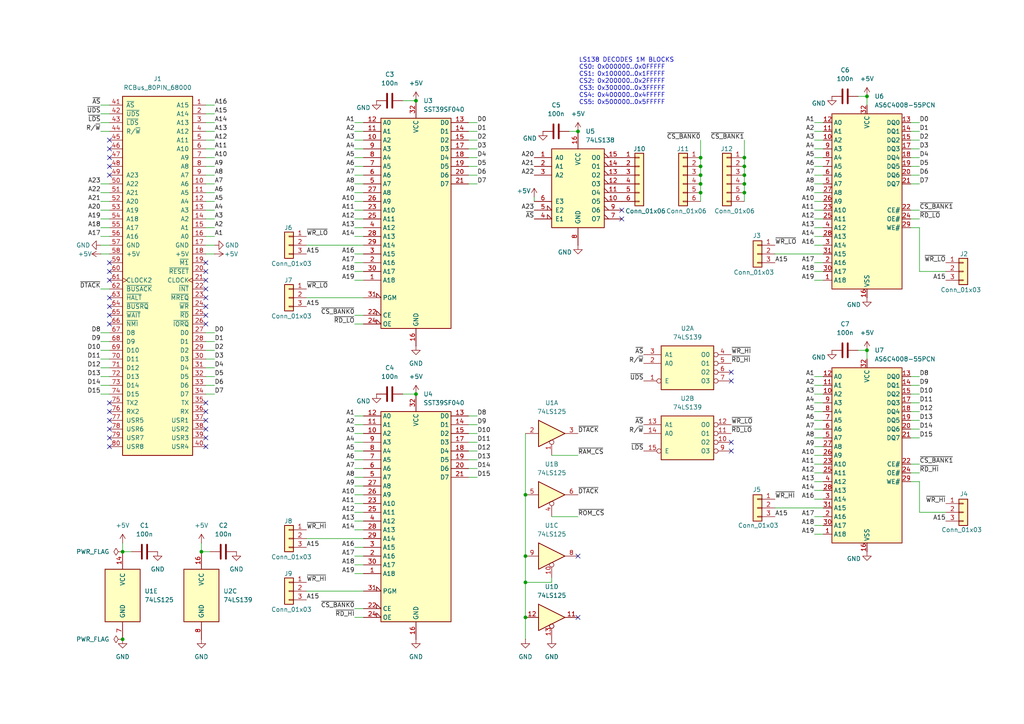
<source format=kicad_sch>
(kicad_sch (version 20250114) (generator "eeschema") (generator_version "9.0")
  (paper "A4")
  (text "LS138 DECODES 1M BLOCKS\nCS0: 0x000000..0x0FFFFF\nCS1: 0x100000..0x1FFFFF\nCS2: 0x200000..0x2FFFFF\nCS3: 0x300000..0x3FFFFF\nCS4: 0x400000..0x4FFFFF\nCS5: 0x500000..0x5FFFFF" (at 167.894 23.622 0) (effects (font (size 1.27 1.27)) (justify left)))
  (junction (at 35.56 185.42))
  (junction (at 203.2 55.88))
  (junction (at 152.4 179.07))
  (junction (at 203.2 45.72))
  (junction (at 152.4 161.29))
  (junction (at 203.2 53.34))
  (junction (at 215.9 48.26))
  (junction (at 58.42 160.02))
  (junction (at 215.9 45.72))
  (junction (at 35.56 160.02))
  (junction (at 152.4 168.91))
  (junction (at 251.46 101.6))
  (junction (at 167.64 38.1))
  (junction (at 215.9 55.88))
  (junction (at 203.2 48.26))
  (junction (at 152.4 143.51))
  (junction (at 203.2 50.8))
  (junction (at 120.65 114.3))
  (junction (at 120.65 29.21))
  (junction (at 215.9 53.34))
  (junction (at 251.46 27.94))
  (junction (at 215.9 50.8))
  (no_connect (at 59.69 124.46))
  (no_connect (at 31.75 50.8))
  (no_connect (at 31.75 116.84))
  (no_connect (at 59.69 116.84))
  (no_connect (at 167.64 161.29))
  (no_connect (at 31.75 48.26))
  (no_connect (at 59.69 93.98))
  (no_connect (at 59.69 121.92))
  (no_connect (at 31.75 76.2))
  (no_connect (at 31.75 43.18))
  (no_connect (at 31.75 91.44))
  (no_connect (at 180.34 63.5))
  (no_connect (at 212.09 107.95))
  (no_connect (at 31.75 45.72))
  (no_connect (at 180.34 60.96))
  (no_connect (at 59.69 78.74))
  (no_connect (at 31.75 88.9))
  (no_connect (at 31.75 121.92))
  (no_connect (at 212.09 110.49))
  (no_connect (at 31.75 86.36))
  (no_connect (at 167.64 179.07))
  (no_connect (at 59.69 88.9))
  (no_connect (at 31.75 93.98))
  (no_connect (at 31.75 119.38))
  (no_connect (at 59.69 119.38))
  (no_connect (at 59.69 91.44))
  (no_connect (at 59.69 86.36))
  (no_connect (at 31.75 78.74))
  (no_connect (at 31.75 129.54))
  (no_connect (at 31.75 81.28))
  (no_connect (at 212.09 128.27))
  (no_connect (at 59.69 76.2))
  (no_connect (at 31.75 40.64))
  (no_connect (at 31.75 124.46))
  (no_connect (at 59.69 127))
  (no_connect (at 59.69 129.54))
  (no_connect (at 212.09 130.81))
  (no_connect (at 59.69 83.82))
  (no_connect (at 31.75 127))
  (no_connect (at 59.69 81.28))
  (wire (pts (xy 102.87 43.18) (xy 105.41 43.18)))
  (wire (pts (xy 236.22 119.38) (xy 238.76 119.38)))
  (wire (pts (xy 236.22 43.18) (xy 238.76 43.18)))
  (wire (pts (xy 266.7 60.96) (xy 264.16 60.96)))
  (wire (pts (xy 135.89 120.65) (xy 138.43 120.65)))
  (wire (pts (xy 266.7 134.62) (xy 264.16 134.62)))
  (wire (pts (xy 62.23 111.76) (xy 59.69 111.76)))
  (wire (pts (xy 29.21 101.6) (xy 31.75 101.6)))
  (wire (pts (xy 264.16 48.26) (xy 266.7 48.26)))
  (wire (pts (xy 102.87 153.67) (xy 105.41 153.67)))
  (wire (pts (xy 102.87 63.5) (xy 105.41 63.5)))
  (wire (pts (xy 102.87 91.44) (xy 105.41 91.44)))
  (wire (pts (xy 116.84 29.21) (xy 120.65 29.21)))
  (wire (pts (xy 62.23 106.68) (xy 59.69 106.68)))
  (wire (pts (xy 102.87 140.97) (xy 105.41 140.97)))
  (wire (pts (xy 236.22 71.12) (xy 238.76 71.12)))
  (wire (pts (xy 236.22 129.54) (xy 238.76 129.54)))
  (wire (pts (xy 154.94 57.15) (xy 154.94 58.42)))
  (wire (pts (xy 102.87 93.98) (xy 105.41 93.98)))
  (wire (pts (xy 236.22 139.7) (xy 238.76 139.7)))
  (wire (pts (xy 102.87 148.59) (xy 105.41 148.59)))
  (wire (pts (xy 160.02 149.86) (xy 167.64 149.86)))
  (wire (pts (xy 266.7 137.16) (xy 264.16 137.16)))
  (wire (pts (xy 236.22 116.84) (xy 238.76 116.84)))
  (wire (pts (xy 29.21 66.04) (xy 31.75 66.04)))
  (wire (pts (xy 102.87 48.26) (xy 105.41 48.26)))
  (wire (pts (xy 88.9 156.21) (xy 105.41 156.21)))
  (wire (pts (xy 266.7 66.04) (xy 266.7 78.74)))
  (wire (pts (xy 102.87 68.58) (xy 105.41 68.58)))
  (wire (pts (xy 236.22 111.76) (xy 238.76 111.76)))
  (wire (pts (xy 102.87 135.89) (xy 105.41 135.89)))
  (wire (pts (xy 236.22 63.5) (xy 238.76 63.5)))
  (wire (pts (xy 236.22 142.24) (xy 238.76 142.24)))
  (wire (pts (xy 135.89 125.73) (xy 138.43 125.73)))
  (wire (pts (xy 160.02 168.91) (xy 152.4 168.91)))
  (wire (pts (xy 62.23 109.22) (xy 59.69 109.22)))
  (wire (pts (xy 29.21 53.34) (xy 31.75 53.34)))
  (wire (pts (xy 236.22 152.4) (xy 238.76 152.4)))
  (wire (pts (xy 29.21 109.22) (xy 31.75 109.22)))
  (wire (pts (xy 160.02 132.08) (xy 167.64 132.08)))
  (wire (pts (xy 29.21 68.58) (xy 31.75 68.58)))
  (wire (pts (xy 203.2 45.72) (xy 203.2 48.26)))
  (wire (pts (xy 59.69 73.66) (xy 62.23 73.66)))
  (wire (pts (xy 102.87 45.72) (xy 105.41 45.72)))
  (wire (pts (xy 236.22 60.96) (xy 238.76 60.96)))
  (wire (pts (xy 264.16 53.34) (xy 266.7 53.34)))
  (wire (pts (xy 236.22 38.1) (xy 238.76 38.1)))
  (wire (pts (xy 62.23 68.58) (xy 59.69 68.58)))
  (wire (pts (xy 88.9 71.12) (xy 105.41 71.12)))
  (wire (pts (xy 236.22 137.16) (xy 238.76 137.16)))
  (wire (pts (xy 224.79 147.32) (xy 238.76 147.32)))
  (wire (pts (xy 88.9 171.45) (xy 105.41 171.45)))
  (wire (pts (xy 62.23 35.56) (xy 59.69 35.56)))
  (wire (pts (xy 62.23 33.02) (xy 59.69 33.02)))
  (wire (pts (xy 29.21 60.96) (xy 31.75 60.96)))
  (wire (pts (xy 236.22 76.2) (xy 238.76 76.2)))
  (wire (pts (xy 135.89 48.26) (xy 138.43 48.26)))
  (wire (pts (xy 102.87 38.1) (xy 105.41 38.1)))
  (wire (pts (xy 62.23 30.48) (xy 59.69 30.48)))
  (wire (pts (xy 29.21 73.66) (xy 31.75 73.66)))
  (wire (pts (xy 135.89 43.18) (xy 138.43 43.18)))
  (wire (pts (xy 236.22 154.94) (xy 238.76 154.94)))
  (wire (pts (xy 264.16 50.8) (xy 266.7 50.8)))
  (wire (pts (xy 236.22 78.74) (xy 238.76 78.74)))
  (wire (pts (xy 248.92 101.6) (xy 251.46 101.6)))
  (wire (pts (xy 215.9 53.34) (xy 215.9 55.88)))
  (wire (pts (xy 264.16 127) (xy 266.7 127)))
  (wire (pts (xy 236.22 45.72) (xy 238.76 45.72)))
  (wire (pts (xy 215.9 50.8) (xy 215.9 53.34)))
  (wire (pts (xy 203.2 53.34) (xy 203.2 55.88)))
  (wire (pts (xy 102.87 161.29) (xy 105.41 161.29)))
  (wire (pts (xy 88.9 86.36) (xy 105.41 86.36)))
  (wire (pts (xy 102.87 55.88) (xy 105.41 55.88)))
  (wire (pts (xy 215.9 40.64) (xy 215.9 45.72)))
  (wire (pts (xy 35.56 160.02) (xy 38.1 160.02)))
  (wire (pts (xy 236.22 121.92) (xy 238.76 121.92)))
  (wire (pts (xy 264.16 43.18) (xy 266.7 43.18)))
  (wire (pts (xy 203.2 48.26) (xy 203.2 50.8)))
  (wire (pts (xy 102.87 176.53) (xy 105.41 176.53)))
  (wire (pts (xy 102.87 151.13) (xy 105.41 151.13)))
  (wire (pts (xy 102.87 58.42) (xy 105.41 58.42)))
  (wire (pts (xy 135.89 40.64) (xy 138.43 40.64)))
  (wire (pts (xy 62.23 60.96) (xy 59.69 60.96)))
  (wire (pts (xy 135.89 135.89) (xy 138.43 135.89)))
  (wire (pts (xy 62.23 50.8) (xy 59.69 50.8)))
  (wire (pts (xy 29.21 33.02) (xy 31.75 33.02)))
  (wire (pts (xy 102.87 78.74) (xy 105.41 78.74)))
  (wire (pts (xy 236.22 40.64) (xy 238.76 40.64)))
  (wire (pts (xy 264.16 111.76) (xy 266.7 111.76)))
  (wire (pts (xy 236.22 81.28) (xy 238.76 81.28)))
  (wire (pts (xy 35.56 157.48) (xy 35.56 160.02)))
  (wire (pts (xy 29.21 99.06) (xy 31.75 99.06)))
  (wire (pts (xy 62.23 53.34) (xy 59.69 53.34)))
  (wire (pts (xy 62.23 114.3) (xy 59.69 114.3)))
  (wire (pts (xy 62.23 101.6) (xy 59.69 101.6)))
  (wire (pts (xy 264.16 109.22) (xy 266.7 109.22)))
  (wire (pts (xy 266.7 148.59) (xy 266.7 139.7)))
  (wire (pts (xy 236.22 109.22) (xy 238.76 109.22)))
  (wire (pts (xy 102.87 81.28) (xy 105.41 81.28)))
  (wire (pts (xy 264.16 121.92) (xy 266.7 121.92)))
  (wire (pts (xy 135.89 50.8) (xy 138.43 50.8)))
  (wire (pts (xy 224.79 73.66) (xy 238.76 73.66)))
  (wire (pts (xy 58.42 160.02) (xy 60.96 160.02)))
  (wire (pts (xy 236.22 53.34) (xy 238.76 53.34)))
  (wire (pts (xy 203.2 50.8) (xy 203.2 53.34)))
  (wire (pts (xy 29.21 55.88) (xy 31.75 55.88)))
  (wire (pts (xy 102.87 158.75) (xy 105.41 158.75)))
  (wire (pts (xy 102.87 130.81) (xy 105.41 130.81)))
  (wire (pts (xy 102.87 66.04) (xy 105.41 66.04)))
  (wire (pts (xy 59.69 71.12) (xy 62.23 71.12)))
  (wire (pts (xy 215.9 45.72) (xy 215.9 48.26)))
  (wire (pts (xy 152.4 179.07) (xy 152.4 168.91)))
  (wire (pts (xy 102.87 163.83) (xy 105.41 163.83)))
  (wire (pts (xy 29.21 96.52) (xy 31.75 96.52)))
  (wire (pts (xy 264.16 116.84) (xy 266.7 116.84)))
  (wire (pts (xy 102.87 143.51) (xy 105.41 143.51)))
  (wire (pts (xy 62.23 43.18) (xy 59.69 43.18)))
  (wire (pts (xy 264.16 45.72) (xy 266.7 45.72)))
  (wire (pts (xy 236.22 144.78) (xy 238.76 144.78)))
  (wire (pts (xy 62.23 38.1) (xy 59.69 38.1)))
  (wire (pts (xy 102.87 120.65) (xy 105.41 120.65)))
  (wire (pts (xy 62.23 48.26) (xy 59.69 48.26)))
  (wire (pts (xy 236.22 68.58) (xy 238.76 68.58)))
  (wire (pts (xy 266.7 78.74) (xy 274.32 78.74)))
  (wire (pts (xy 215.9 48.26) (xy 215.9 50.8)))
  (wire (pts (xy 102.87 146.05) (xy 105.41 146.05)))
  (wire (pts (xy 29.21 106.68) (xy 31.75 106.68)))
  (wire (pts (xy 266.7 66.04) (xy 264.16 66.04)))
  (wire (pts (xy 102.87 40.64) (xy 105.41 40.64)))
  (wire (pts (xy 135.89 123.19) (xy 138.43 123.19)))
  (wire (pts (xy 215.9 55.88) (xy 215.9 58.42)))
  (wire (pts (xy 29.21 30.48) (xy 31.75 30.48)))
  (wire (pts (xy 274.32 148.59) (xy 266.7 148.59)))
  (wire (pts (xy 152.4 185.42) (xy 152.4 179.07)))
  (wire (pts (xy 29.21 58.42) (xy 31.75 58.42)))
  (wire (pts (xy 251.46 101.6) (xy 251.46 104.14)))
  (wire (pts (xy 236.22 66.04) (xy 238.76 66.04)))
  (wire (pts (xy 160.02 167.64) (xy 160.02 168.91)))
  (wire (pts (xy 102.87 60.96) (xy 105.41 60.96)))
  (wire (pts (xy 135.89 138.43) (xy 138.43 138.43)))
  (wire (pts (xy 62.23 58.42) (xy 59.69 58.42)))
  (wire (pts (xy 62.23 104.14) (xy 59.69 104.14)))
  (wire (pts (xy 248.92 27.94) (xy 251.46 27.94)))
  (wire (pts (xy 236.22 132.08) (xy 238.76 132.08)))
  (wire (pts (xy 102.87 166.37) (xy 105.41 166.37)))
  (wire (pts (xy 29.21 111.76) (xy 31.75 111.76)))
  (wire (pts (xy 236.22 127) (xy 238.76 127)))
  (wire (pts (xy 102.87 138.43) (xy 105.41 138.43)))
  (wire (pts (xy 102.87 53.34) (xy 105.41 53.34)))
  (wire (pts (xy 236.22 114.3) (xy 238.76 114.3)))
  (wire (pts (xy 102.87 179.07) (xy 105.41 179.07)))
  (wire (pts (xy 264.16 35.56) (xy 266.7 35.56)))
  (wire (pts (xy 102.87 73.66) (xy 105.41 73.66)))
  (wire (pts (xy 152.4 143.51) (xy 152.4 161.29)))
  (wire (pts (xy 29.21 63.5) (xy 31.75 63.5)))
  (wire (pts (xy 102.87 128.27) (xy 105.41 128.27)))
  (wire (pts (xy 102.87 76.2) (xy 105.41 76.2)))
  (wire (pts (xy 266.7 63.5) (xy 264.16 63.5)))
  (wire (pts (xy 264.16 38.1) (xy 266.7 38.1)))
  (wire (pts (xy 29.21 71.12) (xy 31.75 71.12)))
  (wire (pts (xy 29.21 104.14) (xy 31.75 104.14)))
  (wire (pts (xy 236.22 58.42) (xy 238.76 58.42)))
  (wire (pts (xy 102.87 123.19) (xy 105.41 123.19)))
  (wire (pts (xy 62.23 99.06) (xy 59.69 99.06)))
  (wire (pts (xy 165.1 38.1) (xy 167.64 38.1)))
  (wire (pts (xy 203.2 40.64) (xy 203.2 45.72)))
  (wire (pts (xy 29.21 38.1) (xy 31.75 38.1)))
  (wire (pts (xy 236.22 55.88) (xy 238.76 55.88)))
  (wire (pts (xy 135.89 35.56) (xy 138.43 35.56)))
  (wire (pts (xy 152.4 125.73) (xy 152.4 143.51)))
  (wire (pts (xy 264.16 40.64) (xy 266.7 40.64)))
  (wire (pts (xy 236.22 50.8) (xy 238.76 50.8)))
  (wire (pts (xy 29.21 35.56) (xy 31.75 35.56)))
  (wire (pts (xy 102.87 35.56) (xy 105.41 35.56)))
  (wire (pts (xy 264.16 114.3) (xy 266.7 114.3)))
  (wire (pts (xy 135.89 133.35) (xy 138.43 133.35)))
  (wire (pts (xy 264.16 124.46) (xy 266.7 124.46)))
  (wire (pts (xy 102.87 133.35) (xy 105.41 133.35)))
  (wire (pts (xy 29.21 114.3) (xy 31.75 114.3)))
  (wire (pts (xy 116.84 114.3) (xy 120.65 114.3)))
  (wire (pts (xy 236.22 134.62) (xy 238.76 134.62)))
  (wire (pts (xy 266.7 139.7) (xy 264.16 139.7)))
  (wire (pts (xy 236.22 48.26) (xy 238.76 48.26)))
  (wire (pts (xy 135.89 130.81) (xy 138.43 130.81)))
  (wire (pts (xy 29.21 83.82) (xy 31.75 83.82)))
  (wire (pts (xy 62.23 66.04) (xy 59.69 66.04)))
  (wire (pts (xy 62.23 45.72) (xy 59.69 45.72)))
  (wire (pts (xy 102.87 50.8) (xy 105.41 50.8)))
  (wire (pts (xy 135.89 128.27) (xy 138.43 128.27)))
  (wire (pts (xy 236.22 149.86) (xy 238.76 149.86)))
  (wire (pts (xy 135.89 38.1) (xy 138.43 38.1)))
  (wire (pts (xy 102.87 125.73) (xy 105.41 125.73)))
  (wire (pts (xy 152.4 168.91) (xy 152.4 161.29)))
  (wire (pts (xy 203.2 55.88) (xy 203.2 58.42)))
  (wire (pts (xy 62.23 55.88) (xy 59.69 55.88)))
  (wire (pts (xy 58.42 157.48) (xy 58.42 160.02)))
  (wire (pts (xy 135.89 45.72) (xy 138.43 45.72)))
  (wire (pts (xy 236.22 124.46) (xy 238.76 124.46)))
  (wire (pts (xy 135.89 53.34) (xy 138.43 53.34)))
  (wire (pts (xy 264.16 119.38) (xy 266.7 119.38)))
  (wire (pts (xy 62.23 96.52) (xy 59.69 96.52)))
  (wire (pts (xy 251.46 27.94) (xy 251.46 30.48)))
  (wire (pts (xy 236.22 35.56) (xy 238.76 35.56)))
  (wire (pts (xy 62.23 40.64) (xy 59.69 40.64)))
  (wire (pts (xy 62.23 63.5) (xy 59.69 63.5)))
  (label "~{WR_HI}" (at 88.9 153.67 0))
  (label "~{AS}" (at 186.69 123.19 180))
  (label "A18" (at 236.22 78.74 180))
  (label "~{WR_LO}" (at 88.9 68.58 0))
  (label "A5" (at 102.87 45.72 180))
  (label "A7" (at 102.87 50.8 180))
  (label "A6" (at 62.23 55.88 0))
  (label "D9" (at 29.21 99.06 180))
  (label "A21" (at 154.94 48.26 180))
  (label "A15" (at 88.9 73.66 0))
  (label "~{WR_HI}" (at 88.9 168.91 0))
  (label "A17" (at 236.22 76.2 180))
  (label "A20" (at 154.94 45.72 180))
  (label "A11" (at 236.22 134.62 180))
  (label "D14" (at 266.7 124.46 0))
  (label "~{RAM_CS}" (at 167.64 132.08 0))
  (label "A17" (at 29.21 68.58 180))
  (label "D0" (at 266.7 35.56 0))
  (label "A15" (at 88.9 158.75 0))
  (label "A17" (at 102.87 161.29 180))
  (label "A19" (at 102.87 166.37 180))
  (label "~{CS_BANK0}" (at 203.2 40.64 180))
  (label "A19" (at 236.22 81.28 180))
  (label "A6" (at 236.22 121.92 180))
  (label "A16" (at 102.87 73.66 180))
  (label "D2" (at 266.7 40.64 0))
  (label "A8" (at 62.23 50.8 0))
  (label "~{RD_LO}" (at 212.09 125.73 0))
  (label "A10" (at 102.87 58.42 180))
  (label "A7" (at 62.23 53.34 0))
  (label "A1" (at 102.87 120.65 180))
  (label "A3" (at 62.23 63.5 0))
  (label "~{RD_LO}" (at 266.7 63.5 0))
  (label "D5" (at 266.7 48.26 0))
  (label "~{DTACK}" (at 167.64 125.73 0))
  (label "A12" (at 62.23 40.64 0))
  (label "~{WR_HI}" (at 274.32 146.05 180))
  (label "D4" (at 266.7 45.72 0))
  (label "A15" (at 224.79 76.2 0))
  (label "A4" (at 102.87 128.27 180))
  (label "A15" (at 62.23 33.02 0))
  (label "A9" (at 102.87 140.97 180))
  (label "~{AS}" (at 29.21 30.48 180))
  (label "A19" (at 236.22 154.94 180))
  (label "D2" (at 62.23 101.6 0))
  (label "A22" (at 154.94 50.8 180))
  (label "D3" (at 138.43 43.18 0))
  (label "D11" (at 138.43 128.27 0))
  (label "~{DTACK}" (at 29.21 83.82 180))
  (label "A18" (at 102.87 78.74 180))
  (label "A12" (at 102.87 63.5 180))
  (label "~{CS_BANK1}" (at 215.9 40.64 180))
  (label "~{RD_LO}" (at 102.87 93.98 180))
  (label "~{AS}" (at 154.94 63.5 180))
  (label "A8" (at 102.87 138.43 180))
  (label "D3" (at 266.7 43.18 0))
  (label "A5" (at 62.23 58.42 0))
  (label "A3" (at 102.87 125.73 180))
  (label "A17" (at 236.22 149.86 180))
  (label "A18" (at 102.87 163.83 180))
  (label "D10" (at 29.21 101.6 180))
  (label "A1" (at 62.23 68.58 0))
  (label "~{CS_BANK0}" (at 102.87 91.44 180))
  (label "R{slash}~{W}" (at 186.69 125.73 180))
  (label "D0" (at 62.23 96.52 0))
  (label "A18" (at 236.22 152.4 180))
  (label "A15" (at 274.32 81.28 180))
  (label "A13" (at 62.23 38.1 0))
  (label "D4" (at 62.23 106.68 0))
  (label "A1" (at 236.22 109.22 180))
  (label "~{RD_HI}" (at 266.7 137.16 0))
  (label "~{UDS}" (at 29.21 33.02 180))
  (label "D14" (at 138.43 135.89 0))
  (label "A11" (at 102.87 60.96 180))
  (label "D11" (at 266.7 116.84 0))
  (label "A15" (at 274.32 151.13 180))
  (label "A16" (at 102.87 158.75 180))
  (label "A9" (at 62.23 48.26 0))
  (label "A21" (at 29.21 58.42 180))
  (label "D10" (at 266.7 114.3 0))
  (label "A5" (at 236.22 45.72 180))
  (label "A2" (at 102.87 38.1 180))
  (label "A18" (at 29.21 66.04 180))
  (label "~{DTACK}" (at 167.64 143.51 0))
  (label "D14" (at 29.21 111.76 180))
  (label "A15" (at 224.79 149.86 0))
  (label "A9" (at 236.22 55.88 180))
  (label "~{RD_HI}" (at 102.87 179.07 180))
  (label "A14" (at 236.22 142.24 180))
  (label "D0" (at 138.43 35.56 0))
  (label "A8" (at 236.22 127 180))
  (label "~{CS_BANK1}" (at 266.7 134.62 0))
  (label "~{AS}" (at 186.69 102.87 180))
  (label "A6" (at 102.87 48.26 180))
  (label "D5" (at 138.43 48.26 0))
  (label "~{RD_HI}" (at 212.09 105.41 0))
  (label "A16" (at 236.22 144.78 180))
  (label "D1" (at 138.43 38.1 0))
  (label "A1" (at 236.22 35.56 180))
  (label "D13" (at 266.7 121.92 0))
  (label "D1" (at 62.23 99.06 0))
  (label "D15" (at 266.7 127 0))
  (label "A4" (at 102.87 43.18 180))
  (label "D8" (at 29.21 96.52 180))
  (label "~{CS_BANK1}" (at 266.7 60.96 0))
  (label "~{UDS}" (at 186.69 110.49 180))
  (label "D7" (at 62.23 114.3 0))
  (label "D15" (at 138.43 138.43 0))
  (label "A12" (at 102.87 148.59 180))
  (label "A4" (at 236.22 43.18 180))
  (label "A8" (at 236.22 53.34 180))
  (label "A14" (at 62.23 35.56 0))
  (label "A12" (at 236.22 137.16 180))
  (label "A9" (at 102.87 55.88 180))
  (label "A11" (at 102.87 146.05 180))
  (label "A23" (at 154.94 60.96 180))
  (label "A10" (at 236.22 132.08 180))
  (label "A13" (at 236.22 139.7 180))
  (label "A2" (at 62.23 66.04 0))
  (label "D11" (at 29.21 104.14 180))
  (label "A4" (at 62.23 60.96 0))
  (label "D2" (at 138.43 40.64 0))
  (label "A13" (at 102.87 151.13 180))
  (label "A7" (at 236.22 50.8 180))
  (label "A13" (at 102.87 66.04 180))
  (label "A10" (at 236.22 58.42 180))
  (label "D15" (at 29.21 114.3 180))
  (label "A10" (at 102.87 143.51 180))
  (label "D8" (at 138.43 120.65 0))
  (label "~{WR_LO}" (at 88.9 83.82 0))
  (label "~{ROM_CS}" (at 167.64 149.86 0))
  (label "D5" (at 62.23 109.22 0))
  (label "D12" (at 266.7 119.38 0))
  (label "A4" (at 236.22 116.84 180))
  (label "D3" (at 62.23 104.14 0))
  (label "~{WR_LO}" (at 274.32 76.2 180))
  (label "A16" (at 62.23 30.48 0))
  (label "A15" (at 88.9 88.9 0))
  (label "A3" (at 236.22 40.64 180))
  (label "D7" (at 266.7 53.34 0))
  (label "A19" (at 102.87 81.28 180))
  (label "A7" (at 236.22 124.46 180))
  (label "A9" (at 236.22 129.54 180))
  (label "D6" (at 138.43 50.8 0))
  (label "A22" (at 29.21 55.88 180))
  (label "R{slash}~{W}" (at 186.69 105.41 180))
  (label "A5" (at 102.87 130.81 180))
  (label "A6" (at 236.22 48.26 180))
  (label "A5" (at 236.22 119.38 180))
  (label "A3" (at 102.87 40.64 180))
  (label "A17" (at 102.87 76.2 180))
  (label "D12" (at 29.21 106.68 180))
  (label "~{WR_HI}" (at 212.09 102.87 0))
  (label "D1" (at 266.7 38.1 0))
  (label "A1" (at 102.87 35.56 180))
  (label "~{WR_HI}" (at 224.79 144.78 0))
  (label "A7" (at 102.87 135.89 180))
  (label "D8" (at 266.7 109.22 0))
  (label "A20" (at 29.21 60.96 180))
  (label "A16" (at 236.22 71.12 180))
  (label "~{CS_BANK0}" (at 102.87 176.53 180))
  (label "A10" (at 62.23 45.72 0))
  (label "D9" (at 138.43 123.19 0))
  (label "D10" (at 138.43 125.73 0))
  (label "A2" (at 102.87 123.19 180))
  (label "~{LDS}" (at 29.21 35.56 180))
  (label "~{WR_LO}" (at 212.09 123.19 0))
  (label "A2" (at 236.22 111.76 180))
  (label "D13" (at 138.43 133.35 0))
  (label "A2" (at 236.22 38.1 180))
  (label "~{LDS}" (at 186.69 130.81 180))
  (label "A11" (at 236.22 60.96 180))
  (label "A15" (at 88.9 173.99 0))
  (label "A6" (at 102.87 133.35 180))
  (label "D6" (at 62.23 111.76 0))
  (label "R{slash}~{W}" (at 29.21 38.1 180))
  (label "D7" (at 138.43 53.34 0))
  (label "D13" (at 29.21 109.22 180))
  (label "A8" (at 102.87 53.34 180))
  (label "D6" (at 266.7 50.8 0))
  (label "A11" (at 62.23 43.18 0))
  (label "A12" (at 236.22 63.5 180))
  (label "A19" (at 29.21 63.5 180))
  (label "A14" (at 236.22 68.58 180))
  (label "D4" (at 138.43 45.72 0))
  (label "~{WR_LO}" (at 224.79 71.12 0))
  (label "A13" (at 236.22 66.04 180))
  (label "D12" (at 138.43 130.81 0))
  (label "A14" (at 102.87 68.58 180))
  (label "A3" (at 236.22 114.3 180))
  (label "D9" (at 266.7 111.76 0))
  (label "A14" (at 102.87 153.67 180))
  (label "A23" (at 29.21 53.34 180))
  (symbol (lib_id "74xx:74LS125") (at 160.02 125.73 0) (unit 1)
    (property "Reference" "U1" (at 160.02 116.84 0))
    (property "Value" "74LS125" (at 160.02 119.38 0))
    (property "Footprint" "Package_DIP:DIP-14_W7.62mm" (effects (hide yes)))
    (property "Datasheet" "http://www.ti.com/lit/gpn/sn74LS125" (effects (hide yes)))
    (property "Description" "Quad buffer 3-State outputs" (effects (hide yes)))
  )
  (symbol (lib_id "power:+5V") (at 62.23 73.66 270) (unit 1)
    (property "Reference" "#PWR010" (effects (hide yes)))
    (property "Value" "+5V" (at 65.024 73.66 90) (effects (justify left)))
    (property "Description" "Power symbol creates a global label with name \"+5V\"" (effects (hide yes)))
  )
  (symbol (lib_id "power:GND") (at 120.65 185.42 0) (unit 1)
    (property "Reference" "#PWR018" (effects (hide yes)))
    (property "Value" "GND" (at 120.65 190.5 0))
    (property "Description" "Power symbol creates a global label with name \"GND\" , ground" (effects (hide yes)))
  )
  (symbol (lib_id "power:GND") (at 157.48 38.1 0) (mirror y) (unit 1)
    (property "Reference" "#PWR020" (effects (hide yes)))
    (property "Value" "GND" (at 153.67 40.132 0))
    (property "Description" "Power symbol creates a global label with name \"GND\" , ground" (effects (hide yes)))
  )
  (symbol (lib_id "Connector_Generic:Conn_01x03") (at 83.82 171.45 0) (mirror y) (unit 1)
    (property "Reference" "J9" (at 84.836 166.37 0) (effects (justify left)))
    (property "Value" "Conn_01x03" (at 90.424 176.784 0) (effects (justify left)))
    (property "Footprint" "Connector_PinHeader_2.54mm:PinHeader_1x03_P2.54mm_Vertical" (effects (hide yes)))
    (property "Description" "Generic connector, single row, 01x03, script generated (kicad-library-utils/schlib/autogen/connector/)" (effects (hide yes)))
  )
  (symbol (lib_id "power:GND") (at 62.23 71.12 90) (unit 1)
    (property "Reference" "#PWR09" (effects (hide yes)))
    (property "Value" "GND" (at 67.31 71.12 90))
    (property "Description" "Power symbol creates a global label with name \"GND\" , ground" (effects (hide yes)))
  )
  (symbol (lib_id "power:+5V") (at 154.94 57.15 0) (unit 1)
    (property "Reference" "#PWR019" (effects (hide yes)))
    (property "Value" "+5V" (at 149.86 55.372 0) (effects (justify left)))
    (property "Description" "Power symbol creates a global label with name \"+5V\"" (effects (hide yes)))
  )
  (symbol (lib_id "Device:C") (at 64.77 160.02 90) (unit 1)
    (property "Reference" "C2" (at 64.77 152.4 90))
    (property "Value" "100n" (at 64.77 154.94 90))
    (property "Footprint" "Capacitor_THT:C_Disc_D5.0mm_W2.5mm_P2.50mm" (effects (hide yes)))
    (property "Description" "Unpolarized capacitor" (effects (hide yes)))
  )
  (symbol (lib_id "power:+5V") (at 120.65 29.21 0) (mirror y) (unit 1)
    (property "Reference" "#PWR015" (effects (hide yes)))
    (property "Value" "+5V" (at 120.65 24.13 0))
    (property "Description" "Power symbol creates a global label with name \"+5V\"" (effects (hide yes)))
  )
  (symbol (lib_id "74xx:74LS125") (at 35.56 172.72 0) (unit 5)
    (property "Reference" "U1" (at 41.91 171.4499 0) (effects (justify left)))
    (property "Value" "74LS125" (at 41.91 173.9899 0) (effects (justify left)))
    (property "Footprint" "Package_DIP:DIP-14_W7.62mm" (effects (hide yes)))
    (property "Datasheet" "http://www.ti.com/lit/gpn/sn74LS125" (effects (hide yes)))
    (property "Description" "Quad buffer 3-State outputs" (effects (hide yes)))
  )
  (symbol (lib_id "power:GND") (at 29.21 71.12 270) (unit 1)
    (property "Reference" "#PWR03" (effects (hide yes)))
    (property "Value" "GND" (at 24.13 71.12 90))
    (property "Description" "Power symbol creates a global label with name \"GND\" , ground" (effects (hide yes)))
  )
  (symbol (lib_id "Connector_Generic:Conn_01x06") (at 198.12 50.8 0) (mirror y) (unit 1)
    (property "Reference" "J11" (at 199.898 43.18 0) (effects (justify left)))
    (property "Value" "Conn_01x06" (at 204.978 61.214 0) (effects (justify left)))
    (property "Footprint" "Connector_PinHeader_2.54mm:PinHeader_1x06_P2.54mm_Vertical" (effects (hide yes)))
    (property "Description" "Generic connector, single row, 01x06, script generated (kicad-library-utils/schlib/autogen/connector/)" (effects (hide yes)))
  )
  (symbol (lib_id "Memory_Flash:SST39SF040") (at 120.65 151.13 0) (unit 1)
    (property "Reference" "U4" (at 122.7933 114.3 0) (effects (justify left)))
    (property "Value" "SST39SF040" (at 122.7933 116.84 0) (effects (justify left)))
    (property "Footprint" "MyLibrary2023:DIP-32_W15.24mm" (effects (hide yes)))
    (property "Datasheet" "http://ww1.microchip.com/downloads/en/DeviceDoc/25022B.pdf" (effects (hide yes)))
    (property "Description" "Silicon Storage Technology (SSF) 512k x 8 Flash ROM" (effects (hide yes)))
  )
  (symbol (lib_id "Connector_Generic:Conn_01x03") (at 219.71 147.32 0) (mirror y) (unit 1)
    (property "Reference" "J5" (at 220.726 141.986 0) (effects (justify left)))
    (property "Value" "Conn_01x03" (at 225.806 152.4 0) (effects (justify left)))
    (property "Footprint" "Connector_PinHeader_2.54mm:PinHeader_1x03_P2.54mm_Vertical" (effects (hide yes)))
    (property "Description" "Generic connector, single row, 01x03, script generated (kicad-library-utils/schlib/autogen/connector/)" (effects (hide yes)))
  )
  (symbol (lib_id "Connector_Generic:Conn_01x06") (at 185.42 50.8 0) (unit 1)
    (property "Reference" "J10" (at 183.642 43.18 0) (effects (justify left)))
    (property "Value" "Conn_01x06" (at 181.356 61.214 0) (effects (justify left)))
    (property "Footprint" "Connector_PinHeader_2.54mm:PinHeader_1x06_P2.54mm_Vertical" (effects (hide yes)))
    (property "Description" "Generic connector, single row, 01x06, script generated (kicad-library-utils/schlib/autogen/connector/)" (effects (hide yes)))
  )
  (symbol (lib_id "power:GND") (at 167.64 71.12 0) (mirror y) (unit 1)
    (property "Reference" "#PWR022" (effects (hide yes)))
    (property "Value" "GND" (at 163.83 73.152 0))
    (property "Description" "Power symbol creates a global label with name \"GND\" , ground" (effects (hide yes)))
  )
  (symbol (lib_id "Device:C") (at 113.03 29.21 90) (mirror x) (unit 1)
    (property "Reference" "C3" (at 113.03 21.59 90))
    (property "Value" "100n" (at 113.03 24.13 90))
    (property "Footprint" "Capacitor_THT:C_Disc_D5.0mm_W2.5mm_P2.50mm" (effects (hide yes)))
    (property "Description" "Unpolarized capacitor" (effects (hide yes)))
  )
  (symbol (lib_id "power:GND") (at 58.42 185.42 0) (unit 1)
    (property "Reference" "#PWR07" (effects (hide yes)))
    (property "Value" "GND" (at 58.42 190.5 0))
    (property "Description" "Power symbol creates a global label with name \"GND\" , ground" (effects (hide yes)))
  )
  (symbol (lib_id "Connector_Generic:Conn_01x03") (at 83.82 86.36 0) (mirror y) (unit 1)
    (property "Reference" "J7" (at 84.836 81.28 0) (effects (justify left)))
    (property "Value" "Conn_01x03" (at 90.424 91.694 0) (effects (justify left)))
    (property "Footprint" "Connector_PinHeader_2.54mm:PinHeader_1x03_P2.54mm_Vertical" (effects (hide yes)))
    (property "Description" "Generic connector, single row, 01x03, script generated (kicad-library-utils/schlib/autogen/connector/)" (effects (hide yes)))
  )
  (symbol (lib_id "Memory_Flash:SST39SF040") (at 120.65 66.04 0) (unit 1)
    (property "Reference" "U3" (at 122.7933 29.21 0) (effects (justify left)))
    (property "Value" "SST39SF040" (at 122.7933 31.75 0) (effects (justify left)))
    (property "Footprint" "MyLibrary2023:DIP-32_W15.24mm" (effects (hide yes)))
    (property "Datasheet" "http://ww1.microchip.com/downloads/en/DeviceDoc/25022B.pdf" (effects (hide yes)))
    (property "Description" "Silicon Storage Technology (SSF) 512k x 8 Flash ROM" (effects (hide yes)))
  )
  (symbol (lib_id "power:GND") (at 68.58 160.02 0) (unit 1)
    (property "Reference" "#PWR08" (effects (hide yes)))
    (property "Value" "GND" (at 68.58 165.1 0))
    (property "Description" "Power symbol creates a global label with name \"GND\" , ground" (effects (hide yes)))
  )
  (symbol (lib_id "Device:C") (at 245.11 27.94 90) (unit 1)
    (property "Reference" "C6" (at 245.11 20.32 90))
    (property "Value" "100n" (at 245.11 22.86 90))
    (property "Footprint" "Capacitor_THT:C_Disc_D5.0mm_W2.5mm_P2.50mm" (effects (hide yes)))
    (property "Description" "Unpolarized capacitor" (effects (hide yes)))
  )
  (symbol (lib_id "power:GND") (at 35.56 185.42 0) (unit 1)
    (property "Reference" "#PWR02" (effects (hide yes)))
    (property "Value" "GND" (at 35.56 190.5 0))
    (property "Description" "Power symbol creates a global label with name \"GND\" , ground" (effects (hide yes)))
  )
  (symbol (lib_id "power:+5V") (at 251.46 101.6 0) (unit 1)
    (property "Reference" "#PWR027" (effects (hide yes)))
    (property "Value" "+5V" (at 251.46 96.52 0))
    (property "Description" "Power symbol creates a global label with name \"+5V\"" (effects (hide yes)))
  )
  (symbol (lib_id "Memory_RAM:AS6C4008-55PCN") (at 251.46 132.08 0) (unit 1)
    (property "Reference" "U7" (at 253.6541 101.6 0) (effects (justify left)))
    (property "Value" "AS6C4008-55PCN" (at 253.6541 104.14 0) (effects (justify left)))
    (property "Footprint" "MyLibrary2023:DIP-32_W15.24mm" (effects (hide yes)))
    (property "Datasheet" "https://www.alliancememory.com/wp-content/uploads/pdf/AS6C4008.pdf" (effects (hide yes)))
    (property "Description" "512K x 8 Low Power CMOS RAM, DIP-32" (effects (hide yes)))
  )
  (symbol (lib_id "power:+5V") (at 120.65 114.3 0) (mirror y) (unit 1)
    (property "Reference" "#PWR017" (effects (hide yes)))
    (property "Value" "+5V" (at 120.65 109.22 0))
    (property "Description" "Power symbol creates a global label with name \"+5V\"" (effects (hide yes)))
  )
  (symbol (lib_id "Connector_Generic:Conn_01x03") (at 279.4 78.74 0) (unit 1)
    (property "Reference" "J2" (at 278.384 73.66 0) (effects (justify left)))
    (property "Value" "Conn_01x03" (at 272.796 84.074 0) (effects (justify left)))
    (property "Footprint" "Connector_PinHeader_2.54mm:PinHeader_1x03_P2.54mm_Vertical" (effects (hide yes)))
    (property "Description" "Generic connector, single row, 01x03, script generated (kicad-library-utils/schlib/autogen/connector/)" (effects (hide yes)))
  )
  (symbol (lib_id "power:GND") (at 251.46 160.02 0) (mirror y) (unit 1)
    (property "Reference" "#PWR028" (effects (hide yes)))
    (property "Value" "GND" (at 247.65 162.052 0))
    (property "Description" "Power symbol creates a global label with name \"GND\" , ground" (effects (hide yes)))
  )
  (symbol (lib_id "power:GND") (at 152.4 185.42 0) (unit 1)
    (property "Reference" "#PWR011" (effects (hide yes)))
    (property "Value" "GND" (at 152.4 190.5 0))
    (property "Description" "Power symbol creates a global label with name \"GND\" , ground" (effects (hide yes)))
  )
  (symbol (lib_id "Device:C") (at 161.29 38.1 90) (unit 1)
    (property "Reference" "C5" (at 161.29 30.48 90))
    (property "Value" "100n" (at 161.29 33.02 90))
    (property "Footprint" "Capacitor_THT:C_Disc_D5.0mm_W2.5mm_P2.50mm" (effects (hide yes)))
    (property "Description" "Unpolarized capacitor" (effects (hide yes)))
  )
  (symbol (lib_id "power:GND") (at 160.02 185.42 0) (unit 1)
    (property "Reference" "#PWR012" (effects (hide yes)))
    (property "Value" "GND" (at 160.02 190.5 0))
    (property "Description" "Power symbol creates a global label with name \"GND\" , ground" (effects (hide yes)))
  )
  (symbol (lib_id "power:GND") (at 251.46 86.36 0) (mirror y) (unit 1)
    (property "Reference" "#PWR026" (effects (hide yes)))
    (property "Value" "GND" (at 247.65 88.392 0))
    (property "Description" "Power symbol creates a global label with name \"GND\" , ground" (effects (hide yes)))
  )
  (symbol (lib_id "power:GND") (at 241.3 101.6 0) (mirror y) (unit 1)
    (property "Reference" "#PWR024" (effects (hide yes)))
    (property "Value" "GND" (at 237.49 103.632 0))
    (property "Description" "Power symbol creates a global label with name \"GND\" , ground" (effects (hide yes)))
  )
  (symbol (lib_id "Connector_Generic:Conn_01x03") (at 83.82 71.12 0) (mirror y) (unit 1)
    (property "Reference" "J6" (at 84.836 66.04 0) (effects (justify left)))
    (property "Value" "Conn_01x03" (at 90.424 76.454 0) (effects (justify left)))
    (property "Footprint" "Connector_PinHeader_2.54mm:PinHeader_1x03_P2.54mm_Vertical" (effects (hide yes)))
    (property "Description" "Generic connector, single row, 01x03, script generated (kicad-library-utils/schlib/autogen/connector/)" (effects (hide yes)))
  )
  (symbol (lib_id "MyLibrary2023:RCBus_80PIN_68000") (at 54.61 78.74 0) (mirror y) (unit 1)
    (property "Reference" "J1" (at 45.72 22.86 0))
    (property "Value" "RCBus_80PIN_68000" (at 45.72 25.4 0))
    (property "Footprint" "MyLibrary2023:RCBus_80p_Medium" (effects (hide yes)))
  )
  (symbol (lib_id "Device:C") (at 41.91 160.02 90) (unit 1)
    (property "Reference" "C1" (at 41.91 152.4 90))
    (property "Value" "100n" (at 41.91 154.94 90))
    (property "Footprint" "Capacitor_THT:C_Disc_D5.0mm_W2.5mm_P2.50mm" (effects (hide yes)))
    (property "Description" "Unpolarized capacitor" (effects (hide yes)))
  )
  (symbol (lib_id "power:+5V") (at 29.21 73.66 90) (unit 1)
    (property "Reference" "#PWR04" (effects (hide yes)))
    (property "Value" "+5V" (at 26.67 73.6599 90) (effects (justify left)))
    (property "Description" "Power symbol creates a global label with name \"+5V\"" (effects (hide yes)))
  )
  (symbol (lib_id "74xx:74LS125") (at 160.02 143.51 0) (unit 2)
    (property "Reference" "U1" (at 160.02 134.62 0))
    (property "Value" "74LS125" (at 160.02 137.16 0))
    (property "Footprint" "Package_DIP:DIP-14_W7.62mm" (effects (hide yes)))
    (property "Datasheet" "http://www.ti.com/lit/gpn/sn74LS125" (effects (hide yes)))
    (property "Description" "Quad buffer 3-State outputs" (effects (hide yes)))
  )
  (symbol (lib_id "74xx:74LS125") (at 160.02 179.07 0) (unit 4)
    (property "Reference" "U1" (at 160.02 170.18 0))
    (property "Value" "74LS125" (at 160.02 172.72 0))
    (property "Footprint" "Package_DIP:DIP-14_W7.62mm" (effects (hide yes)))
    (property "Datasheet" "http://www.ti.com/lit/gpn/sn74LS125" (effects (hide yes)))
    (property "Description" "Quad buffer 3-State outputs" (effects (hide yes)))
  )
  (symbol (lib_id "Device:C") (at 245.11 101.6 90) (unit 1)
    (property "Reference" "C7" (at 245.11 93.98 90))
    (property "Value" "100n" (at 245.11 96.52 90))
    (property "Footprint" "Capacitor_THT:C_Disc_D5.0mm_W2.5mm_P2.50mm" (effects (hide yes)))
    (property "Description" "Unpolarized capacitor" (effects (hide yes)))
  )
  (symbol (lib_id "power:GND") (at 45.72 160.02 0) (unit 1)
    (property "Reference" "#PWR05" (effects (hide yes)))
    (property "Value" "GND" (at 45.72 165.1 0))
    (property "Description" "Power symbol creates a global label with name \"GND\" , ground" (effects (hide yes)))
  )
  (symbol (lib_id "74xx:74LS125") (at 160.02 161.29 0) (unit 3)
    (property "Reference" "U1" (at 160.02 152.4 0))
    (property "Value" "74LS125" (at 160.02 154.94 0))
    (property "Footprint" "Package_DIP:DIP-14_W7.62mm" (effects (hide yes)))
    (property "Datasheet" "http://www.ti.com/lit/gpn/sn74LS125" (effects (hide yes)))
    (property "Description" "Quad buffer 3-State outputs" (effects (hide yes)))
  )
  (symbol (lib_id "Connector_Generic:Conn_01x03") (at 219.71 73.66 0) (mirror y) (unit 1)
    (property "Reference" "J3" (at 220.726 68.326 0) (effects (justify left)))
    (property "Value" "Conn_01x03" (at 224.536 78.994 0) (effects (justify left)))
    (property "Footprint" "Connector_PinHeader_2.54mm:PinHeader_1x03_P2.54mm_Vertical" (effects (hide yes)))
    (property "Description" "Generic connector, single row, 01x03, script generated (kicad-library-utils/schlib/autogen/connector/)" (effects (hide yes)))
  )
  (symbol (lib_id "power:PWR_FLAG") (at 35.56 160.02 90) (unit 1)
    (property "Reference" "#FLG01" (effects (hide yes)))
    (property "Value" "PWR_FLAG" (at 31.75 160.0199 90) (effects (justify left)))
    (property "Description" "Special symbol for telling ERC where power comes from" (effects (hide yes)))
  )
  (symbol (lib_id "power:GND") (at 120.65 100.33 0) (unit 1)
    (property "Reference" "#PWR016" (effects (hide yes)))
    (property "Value" "GND" (at 120.65 105.41 0))
    (property "Description" "Power symbol creates a global label with name \"GND\" , ground" (effects (hide yes)))
  )
  (symbol (lib_id "power:GND") (at 109.22 114.3 0) (mirror y) (unit 1)
    (property "Reference" "#PWR014" (effects (hide yes)))
    (property "Value" "GND" (at 105.41 116.332 0))
    (property "Description" "Power symbol creates a global label with name \"GND\" , ground" (effects (hide yes)))
  )
  (symbol (lib_id "74xx:74LS138") (at 167.64 53.34 0) (unit 1)
    (property "Reference" "U5" (at 169.8341 38.1 0) (effects (justify left)))
    (property "Value" "74LS138" (at 169.8341 40.64 0) (effects (justify left)))
    (property "Footprint" "Package_DIP:DIP-16_W7.62mm" (effects (hide yes)))
    (property "Datasheet" "http://www.ti.com/lit/gpn/sn74LS138" (effects (hide yes)))
    (property "Description" "Decoder 3 to 8 active low outputs" (effects (hide yes)))
  )
  (symbol (lib_id "power:+5V") (at 251.46 27.94 0) (unit 1)
    (property "Reference" "#PWR025" (effects (hide yes)))
    (property "Value" "+5V" (at 251.46 22.86 0))
    (property "Description" "Power symbol creates a global label with name \"+5V\"" (effects (hide yes)))
  )
  (symbol (lib_id "power:+5V") (at 58.42 157.48 0) (unit 1)
    (property "Reference" "#PWR06" (effects (hide yes)))
    (property "Value" "+5V" (at 58.42 152.4 0))
    (property "Description" "Power symbol creates a global label with name \"+5V\"" (effects (hide yes)))
  )
  (symbol (lib_id "power:PWR_FLAG") (at 35.56 185.42 90) (unit 1)
    (property "Reference" "#FLG02" (effects (hide yes)))
    (property "Value" "PWR_FLAG" (at 31.75 185.4199 90) (effects (justify left)))
    (property "Description" "Special symbol for telling ERC where power comes from" (effects (hide yes)))
  )
  (symbol (lib_id "Connector_Generic:Conn_01x03") (at 279.4 148.59 0) (unit 1)
    (property "Reference" "J4" (at 278.384 143.256 0) (effects (justify left)))
    (property "Value" "Conn_01x03" (at 273.05 153.67 0) (effects (justify left)))
    (property "Footprint" "Connector_PinHeader_2.54mm:PinHeader_1x03_P2.54mm_Vertical" (effects (hide yes)))
    (property "Description" "Generic connector, single row, 01x03, script generated (kicad-library-utils/schlib/autogen/connector/)" (effects (hide yes)))
  )
  (symbol (lib_id "74xx:74LS139") (at 199.39 125.73 0) (unit 2)
    (property "Reference" "U2" (at 199.39 115.57 0))
    (property "Value" "74LS139" (at 199.39 118.11 0))
    (property "Footprint" "Package_DIP:DIP-16_W7.62mm" (effects (hide yes)))
    (property "Datasheet" "http://www.ti.com/lit/ds/symlink/sn74ls139a.pdf" (effects (hide yes)))
    (property "Description" "Dual Decoder 1 of 4, Active low outputs" (effects (hide yes)))
  )
  (symbol (lib_id "power:+5V") (at 167.64 38.1 0) (unit 1)
    (property "Reference" "#PWR021" (effects (hide yes)))
    (property "Value" "+5V" (at 167.64 33.02 0))
    (property "Description" "Power symbol creates a global label with name \"+5V\"" (effects (hide yes)))
  )
  (symbol (lib_id "Memory_RAM:AS6C4008-55PCN") (at 251.46 58.42 0) (unit 1)
    (property "Reference" "U6" (at 253.6541 27.94 0) (effects (justify left)))
    (property "Value" "AS6C4008-55PCN" (at 253.6541 30.48 0) (effects (justify left)))
    (property "Footprint" "MyLibrary2023:DIP-32_W15.24mm" (effects (hide yes)))
    (property "Datasheet" "https://www.alliancememory.com/wp-content/uploads/pdf/AS6C4008.pdf" (effects (hide yes)))
    (property "Description" "512K x 8 Low Power CMOS RAM, DIP-32" (effects (hide yes)))
  )
  (symbol (lib_id "power:+5V") (at 35.56 157.48 0) (unit 1)
    (property "Reference" "#PWR01" (effects (hide yes)))
    (property "Value" "+5V" (at 35.56 152.4 0))
    (property "Description" "Power symbol creates a global label with name \"+5V\"" (effects (hide yes)))
  )
  (symbol (lib_id "power:GND") (at 241.3 27.94 0) (mirror y) (unit 1)
    (property "Reference" "#PWR023" (effects (hide yes)))
    (property "Value" "GND" (at 237.49 29.972 0))
    (property "Description" "Power symbol creates a global label with name \"GND\" , ground" (effects (hide yes)))
  )
  (symbol (lib_id "74xx:74LS139") (at 58.42 172.72 0) (unit 3)
    (property "Reference" "U2" (at 64.77 171.4499 0) (effects (justify left)))
    (property "Value" "74LS139" (at 64.77 173.9899 0) (effects (justify left)))
    (property "Footprint" "Package_DIP:DIP-16_W7.62mm" (effects (hide yes)))
    (property "Datasheet" "http://www.ti.com/lit/ds/symlink/sn74ls139a.pdf" (effects (hide yes)))
    (property "Description" "Dual Decoder 1 of 4, Active low outputs" (effects (hide yes)))
  )
  (symbol (lib_id "Connector_Generic:Conn_01x06") (at 210.82 50.8 0) (mirror y) (unit 1)
    (property "Reference" "J12" (at 212.598 43.18 0) (effects (justify left)))
    (property "Value" "Conn_01x06" (at 218.948 61.214 0) (effects (justify left)))
    (property "Footprint" "Connector_PinHeader_2.54mm:PinHeader_1x06_P2.54mm_Vertical" (effects (hide yes)))
    (property "Description" "Generic connector, single row, 01x06, script generated (kicad-library-utils/schlib/autogen/connector/)" (effects (hide yes)))
  )
  (symbol (lib_id "power:GND") (at 109.22 29.21 0) (mirror y) (unit 1)
    (property "Reference" "#PWR013" (effects (hide yes)))
    (property "Value" "GND" (at 105.41 31.242 0))
    (property "Description" "Power symbol creates a global label with name \"GND\" , ground" (effects (hide yes)))
  )
  (symbol (lib_id "Connector_Generic:Conn_01x03") (at 83.82 156.21 0) (mirror y) (unit 1)
    (property "Reference" "J8" (at 84.836 151.13 0) (effects (justify left)))
    (property "Value" "Conn_01x03" (at 90.424 161.544 0) (effects (justify left)))
    (property "Footprint" "Connector_PinHeader_2.54mm:PinHeader_1x03_P2.54mm_Vertical" (effects (hide yes)))
    (property "Description" "Generic connector, single row, 01x03, script generated (kicad-library-utils/schlib/autogen/connector/)" (effects (hide yes)))
  )
  (symbol (lib_id "Device:C") (at 113.03 114.3 90) (mirror x) (unit 1)
    (property "Reference" "C4" (at 113.03 106.68 90))
    (property "Value" "100n" (at 113.03 109.22 90))
    (property "Footprint" "Capacitor_THT:C_Disc_D5.0mm_W2.5mm_P2.50mm" (effects (hide yes)))
    (property "Description" "Unpolarized capacitor" (effects (hide yes)))
  )
  (symbol (lib_id "74xx:74LS139") (at 199.39 105.41 0) (unit 1)
    (property "Reference" "U2" (at 199.39 95.25 0))
    (property "Value" "74LS139" (at 199.39 97.79 0))
    (property "Footprint" "Package_DIP:DIP-16_W7.62mm" (effects (hide yes)))
    (property "Datasheet" "http://www.ti.com/lit/ds/symlink/sn74ls139a.pdf" (effects (hide yes)))
    (property "Description" "Dual Decoder 1 of 4, Active low outputs" (effects (hide yes)))
  )
)
</source>
